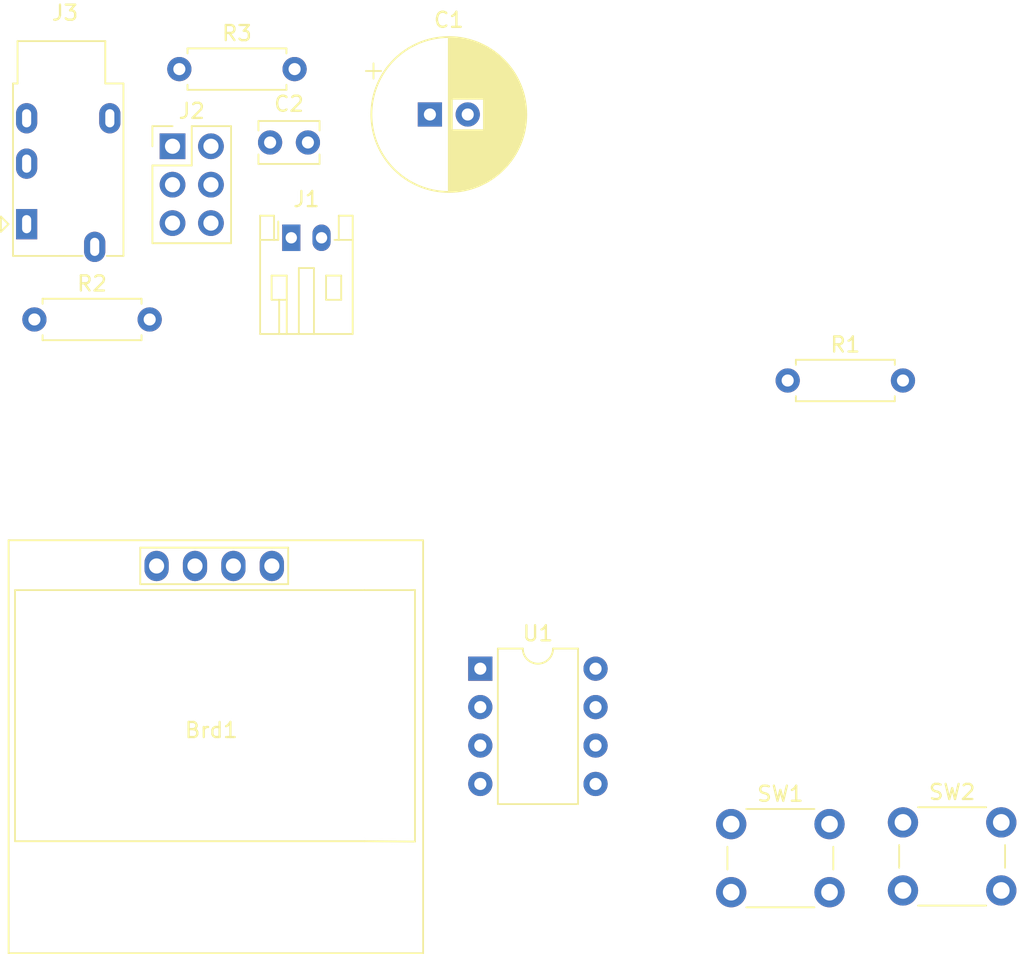
<source format=kicad_pcb>
(kicad_pcb (version 20171130) (host pcbnew 5.1.7-a382d34a8~87~ubuntu18.04.1)

  (general
    (thickness 1.6)
    (drawings 0)
    (tracks 0)
    (zones 0)
    (modules 12)
    (nets 9)
  )

  (page A4)
  (layers
    (0 F.Cu signal)
    (31 B.Cu signal)
    (32 B.Adhes user)
    (33 F.Adhes user)
    (34 B.Paste user)
    (35 F.Paste user)
    (36 B.SilkS user)
    (37 F.SilkS user)
    (38 B.Mask user)
    (39 F.Mask user)
    (40 Dwgs.User user)
    (41 Cmts.User user)
    (42 Eco1.User user)
    (43 Eco2.User user)
    (44 Edge.Cuts user)
    (45 Margin user)
    (46 B.CrtYd user)
    (47 F.CrtYd user)
    (48 B.Fab user)
    (49 F.Fab user)
  )

  (setup
    (last_trace_width 0.25)
    (trace_clearance 0.2)
    (zone_clearance 0.508)
    (zone_45_only no)
    (trace_min 0.2)
    (via_size 0.8)
    (via_drill 0.4)
    (via_min_size 0.4)
    (via_min_drill 0.3)
    (uvia_size 0.3)
    (uvia_drill 0.1)
    (uvias_allowed no)
    (uvia_min_size 0.2)
    (uvia_min_drill 0.1)
    (edge_width 0.05)
    (segment_width 0.2)
    (pcb_text_width 0.3)
    (pcb_text_size 1.5 1.5)
    (mod_edge_width 0.12)
    (mod_text_size 1 1)
    (mod_text_width 0.15)
    (pad_size 1.524 1.524)
    (pad_drill 0.762)
    (pad_to_mask_clearance 0.05)
    (aux_axis_origin 0 0)
    (visible_elements FFFFFF7F)
    (pcbplotparams
      (layerselection 0x010fc_ffffffff)
      (usegerberextensions false)
      (usegerberattributes true)
      (usegerberadvancedattributes true)
      (creategerberjobfile true)
      (excludeedgelayer true)
      (linewidth 0.100000)
      (plotframeref false)
      (viasonmask false)
      (mode 1)
      (useauxorigin false)
      (hpglpennumber 1)
      (hpglpenspeed 20)
      (hpglpendiameter 15.000000)
      (psnegative false)
      (psa4output false)
      (plotreference true)
      (plotvalue true)
      (plotinvisibletext false)
      (padsonsilk false)
      (subtractmaskfromsilk false)
      (outputformat 1)
      (mirror false)
      (drillshape 1)
      (scaleselection 1)
      (outputdirectory ""))
  )

  (net 0 "")
  (net 1 +3V0)
  (net 2 GND)
  (net 3 SCK)
  (net 4 MOSI)
  (net 5 MISO)
  (net 6 RST)
  (net 7 Reed_Output)
  (net 8 SW2)

  (net_class Default "This is the default net class."
    (clearance 0.2)
    (trace_width 0.25)
    (via_dia 0.8)
    (via_drill 0.4)
    (uvia_dia 0.3)
    (uvia_drill 0.1)
    (add_net +3V0)
    (add_net GND)
    (add_net MISO)
    (add_net MOSI)
    (add_net RST)
    (add_net Reed_Output)
    (add_net SCK)
    (add_net SW2)
  )

  (module speedo-odo-meter:128x64OLED (layer F.Cu) (tedit 5CF23EAC) (tstamp 5F81B70A)
    (at 116.84 82.55)
    (path /5F7E0837)
    (fp_text reference Brd1 (at 0 0.254) (layer F.SilkS)
      (effects (font (size 1 1) (thickness 0.15)))
    )
    (fp_text value SSD1306 (at -7.747 -7.62) (layer F.Fab)
      (effects (font (size 1 1) (thickness 0.15)))
    )
    (fp_line (start -13.4 -12.3) (end 14 -12.3) (layer F.SilkS) (width 0.12))
    (fp_line (start 14 -12.3) (end 14 15) (layer F.SilkS) (width 0.12))
    (fp_line (start 14 15) (end -13.4 15) (layer F.SilkS) (width 0.12))
    (fp_line (start -13.4 15) (end -13.4 -12.3) (layer F.SilkS) (width 0.12))
    (fp_line (start 10.122 7.595) (end -12.978 7.595) (layer F.SilkS) (width 0.12))
    (fp_line (start -12.978 7.595) (end -12.978 -9.005) (layer F.SilkS) (width 0.12))
    (fp_line (start -12.978 -9.005) (end 10.122 -9.005) (layer F.SilkS) (width 0.12))
    (fp_line (start -4.699 -11.811) (end 5.08 -11.811) (layer F.SilkS) (width 0.12))
    (fp_line (start 5.08 -11.811) (end 5.08 -9.398) (layer F.SilkS) (width 0.12))
    (fp_line (start 5.08 -9.398) (end -4.699 -9.398) (layer F.SilkS) (width 0.12))
    (fp_line (start -4.699 -11.811) (end -4.699 -9.398) (layer F.SilkS) (width 0.12))
    (fp_line (start 10.122 -9.005) (end 13.208 -9.005) (layer F.SilkS) (width 0.12))
    (fp_line (start 10.122 7.595) (end 13.462 7.62) (layer F.SilkS) (width 0.12))
    (fp_line (start 13.462 7.62) (end 13.462 -9.017) (layer F.SilkS) (width 0.12))
    (fp_line (start 13.462 -9.017) (end 13.208 -9.005) (layer F.SilkS) (width 0.12))
    (pad 4 thru_hole oval (at 4 -10.6 90) (size 2 1.6) (drill 1) (layers *.Cu *.Mask)
      (net 4 MOSI))
    (pad 3 thru_hole oval (at 1.46 -10.6 90) (size 2 1.6) (drill 1) (layers *.Cu *.Mask)
      (net 3 SCK))
    (pad 1 thru_hole oval (at -3.62 -10.6 90) (size 2 1.6) (drill 1) (layers *.Cu *.Mask)
      (net 2 GND))
    (pad 2 thru_hole oval (at -1.08 -10.6 90) (size 2 1.6) (drill 1) (layers *.Cu *.Mask)
      (net 1 +3V0))
    (model "/media/ashish/New Volume/Ashish_Pardeshi/Software/KiCAD_3DModels/OLED TFT 0.96 inch 64x128 monochrome.STEP"
      (offset (xyz 0.22 12 11))
      (scale (xyz 1 1 1))
      (rotate (xyz -90 0 0))
    )
    (model "/media/ashish/New Volume/Ashish_Pardeshi/Software/KiCAD_3DModels/pin-header-female-1.snapshot.13/1x4.STEP"
      (offset (xyz 5.5 12 8.5))
      (scale (xyz 1 1 1))
      (rotate (xyz -90 0 90))
    )
  )

  (module speedo-odo-meter:CP_Radial_D10.0mm_P2.50mm (layer F.Cu) (tedit 5AE50EF1) (tstamp 5F81B720)
    (at 131.289647 42.105001)
    (descr "CP, Radial series, Radial, pin pitch=2.50mm, , diameter=10mm, Electrolytic Capacitor")
    (tags "CP Radial series Radial pin pitch 2.50mm  diameter 10mm Electrolytic Capacitor")
    (path /5F8A27C3)
    (fp_text reference C1 (at 1.25 -6.25) (layer F.SilkS)
      (effects (font (size 1 1) (thickness 0.15)))
    )
    (fp_text value 10uF (at 1.25 6.25) (layer F.Fab)
      (effects (font (size 1 1) (thickness 0.15)))
    )
    (fp_line (start -3.729646 -3.375) (end -3.729646 -2.375) (layer F.SilkS) (width 0.12))
    (fp_line (start -4.229646 -2.875) (end -3.229646 -2.875) (layer F.SilkS) (width 0.12))
    (fp_line (start 6.331 -0.599) (end 6.331 0.599) (layer F.SilkS) (width 0.12))
    (fp_line (start 6.291 -0.862) (end 6.291 0.862) (layer F.SilkS) (width 0.12))
    (fp_line (start 6.251 -1.062) (end 6.251 1.062) (layer F.SilkS) (width 0.12))
    (fp_line (start 6.211 -1.23) (end 6.211 1.23) (layer F.SilkS) (width 0.12))
    (fp_line (start 6.171 -1.378) (end 6.171 1.378) (layer F.SilkS) (width 0.12))
    (fp_line (start 6.131 -1.51) (end 6.131 1.51) (layer F.SilkS) (width 0.12))
    (fp_line (start 6.091 -1.63) (end 6.091 1.63) (layer F.SilkS) (width 0.12))
    (fp_line (start 6.051 -1.742) (end 6.051 1.742) (layer F.SilkS) (width 0.12))
    (fp_line (start 6.011 -1.846) (end 6.011 1.846) (layer F.SilkS) (width 0.12))
    (fp_line (start 5.971 -1.944) (end 5.971 1.944) (layer F.SilkS) (width 0.12))
    (fp_line (start 5.931 -2.037) (end 5.931 2.037) (layer F.SilkS) (width 0.12))
    (fp_line (start 5.891 -2.125) (end 5.891 2.125) (layer F.SilkS) (width 0.12))
    (fp_line (start 5.851 -2.209) (end 5.851 2.209) (layer F.SilkS) (width 0.12))
    (fp_line (start 5.811 -2.289) (end 5.811 2.289) (layer F.SilkS) (width 0.12))
    (fp_line (start 5.771 -2.365) (end 5.771 2.365) (layer F.SilkS) (width 0.12))
    (fp_line (start 5.731 -2.439) (end 5.731 2.439) (layer F.SilkS) (width 0.12))
    (fp_line (start 5.691 -2.51) (end 5.691 2.51) (layer F.SilkS) (width 0.12))
    (fp_line (start 5.651 -2.579) (end 5.651 2.579) (layer F.SilkS) (width 0.12))
    (fp_line (start 5.611 -2.645) (end 5.611 2.645) (layer F.SilkS) (width 0.12))
    (fp_line (start 5.571 -2.709) (end 5.571 2.709) (layer F.SilkS) (width 0.12))
    (fp_line (start 5.531 -2.77) (end 5.531 2.77) (layer F.SilkS) (width 0.12))
    (fp_line (start 5.491 -2.83) (end 5.491 2.83) (layer F.SilkS) (width 0.12))
    (fp_line (start 5.451 -2.889) (end 5.451 2.889) (layer F.SilkS) (width 0.12))
    (fp_line (start 5.411 -2.945) (end 5.411 2.945) (layer F.SilkS) (width 0.12))
    (fp_line (start 5.371 -3) (end 5.371 3) (layer F.SilkS) (width 0.12))
    (fp_line (start 5.331 -3.054) (end 5.331 3.054) (layer F.SilkS) (width 0.12))
    (fp_line (start 5.291 -3.106) (end 5.291 3.106) (layer F.SilkS) (width 0.12))
    (fp_line (start 5.251 -3.156) (end 5.251 3.156) (layer F.SilkS) (width 0.12))
    (fp_line (start 5.211 -3.206) (end 5.211 3.206) (layer F.SilkS) (width 0.12))
    (fp_line (start 5.171 -3.254) (end 5.171 3.254) (layer F.SilkS) (width 0.12))
    (fp_line (start 5.131 -3.301) (end 5.131 3.301) (layer F.SilkS) (width 0.12))
    (fp_line (start 5.091 -3.347) (end 5.091 3.347) (layer F.SilkS) (width 0.12))
    (fp_line (start 5.051 -3.392) (end 5.051 3.392) (layer F.SilkS) (width 0.12))
    (fp_line (start 5.011 -3.436) (end 5.011 3.436) (layer F.SilkS) (width 0.12))
    (fp_line (start 4.971 -3.478) (end 4.971 3.478) (layer F.SilkS) (width 0.12))
    (fp_line (start 4.931 -3.52) (end 4.931 3.52) (layer F.SilkS) (width 0.12))
    (fp_line (start 4.891 -3.561) (end 4.891 3.561) (layer F.SilkS) (width 0.12))
    (fp_line (start 4.851 -3.601) (end 4.851 3.601) (layer F.SilkS) (width 0.12))
    (fp_line (start 4.811 -3.64) (end 4.811 3.64) (layer F.SilkS) (width 0.12))
    (fp_line (start 4.771 -3.679) (end 4.771 3.679) (layer F.SilkS) (width 0.12))
    (fp_line (start 4.731 -3.716) (end 4.731 3.716) (layer F.SilkS) (width 0.12))
    (fp_line (start 4.691 -3.753) (end 4.691 3.753) (layer F.SilkS) (width 0.12))
    (fp_line (start 4.651 -3.789) (end 4.651 3.789) (layer F.SilkS) (width 0.12))
    (fp_line (start 4.611 -3.824) (end 4.611 3.824) (layer F.SilkS) (width 0.12))
    (fp_line (start 4.571 -3.858) (end 4.571 3.858) (layer F.SilkS) (width 0.12))
    (fp_line (start 4.531 -3.892) (end 4.531 3.892) (layer F.SilkS) (width 0.12))
    (fp_line (start 4.491 -3.925) (end 4.491 3.925) (layer F.SilkS) (width 0.12))
    (fp_line (start 4.451 -3.957) (end 4.451 3.957) (layer F.SilkS) (width 0.12))
    (fp_line (start 4.411 -3.989) (end 4.411 3.989) (layer F.SilkS) (width 0.12))
    (fp_line (start 4.371 -4.02) (end 4.371 4.02) (layer F.SilkS) (width 0.12))
    (fp_line (start 4.331 -4.05) (end 4.331 4.05) (layer F.SilkS) (width 0.12))
    (fp_line (start 4.291 -4.08) (end 4.291 4.08) (layer F.SilkS) (width 0.12))
    (fp_line (start 4.251 -4.11) (end 4.251 4.11) (layer F.SilkS) (width 0.12))
    (fp_line (start 4.211 -4.138) (end 4.211 4.138) (layer F.SilkS) (width 0.12))
    (fp_line (start 4.171 -4.166) (end 4.171 4.166) (layer F.SilkS) (width 0.12))
    (fp_line (start 4.131 -4.194) (end 4.131 4.194) (layer F.SilkS) (width 0.12))
    (fp_line (start 4.091 -4.221) (end 4.091 4.221) (layer F.SilkS) (width 0.12))
    (fp_line (start 4.051 -4.247) (end 4.051 4.247) (layer F.SilkS) (width 0.12))
    (fp_line (start 4.011 -4.273) (end 4.011 4.273) (layer F.SilkS) (width 0.12))
    (fp_line (start 3.971 -4.298) (end 3.971 4.298) (layer F.SilkS) (width 0.12))
    (fp_line (start 3.931 -4.323) (end 3.931 4.323) (layer F.SilkS) (width 0.12))
    (fp_line (start 3.891 -4.347) (end 3.891 4.347) (layer F.SilkS) (width 0.12))
    (fp_line (start 3.851 -4.371) (end 3.851 4.371) (layer F.SilkS) (width 0.12))
    (fp_line (start 3.811 -4.395) (end 3.811 4.395) (layer F.SilkS) (width 0.12))
    (fp_line (start 3.771 -4.417) (end 3.771 4.417) (layer F.SilkS) (width 0.12))
    (fp_line (start 3.731 -4.44) (end 3.731 4.44) (layer F.SilkS) (width 0.12))
    (fp_line (start 3.691 -4.462) (end 3.691 4.462) (layer F.SilkS) (width 0.12))
    (fp_line (start 3.651 -4.483) (end 3.651 4.483) (layer F.SilkS) (width 0.12))
    (fp_line (start 3.611 -4.504) (end 3.611 4.504) (layer F.SilkS) (width 0.12))
    (fp_line (start 3.571 -4.525) (end 3.571 4.525) (layer F.SilkS) (width 0.12))
    (fp_line (start 3.531 1.04) (end 3.531 4.545) (layer F.SilkS) (width 0.12))
    (fp_line (start 3.531 -4.545) (end 3.531 -1.04) (layer F.SilkS) (width 0.12))
    (fp_line (start 3.491 1.04) (end 3.491 4.564) (layer F.SilkS) (width 0.12))
    (fp_line (start 3.491 -4.564) (end 3.491 -1.04) (layer F.SilkS) (width 0.12))
    (fp_line (start 3.451 1.04) (end 3.451 4.584) (layer F.SilkS) (width 0.12))
    (fp_line (start 3.451 -4.584) (end 3.451 -1.04) (layer F.SilkS) (width 0.12))
    (fp_line (start 3.411 1.04) (end 3.411 4.603) (layer F.SilkS) (width 0.12))
    (fp_line (start 3.411 -4.603) (end 3.411 -1.04) (layer F.SilkS) (width 0.12))
    (fp_line (start 3.371 1.04) (end 3.371 4.621) (layer F.SilkS) (width 0.12))
    (fp_line (start 3.371 -4.621) (end 3.371 -1.04) (layer F.SilkS) (width 0.12))
    (fp_line (start 3.331 1.04) (end 3.331 4.639) (layer F.SilkS) (width 0.12))
    (fp_line (start 3.331 -4.639) (end 3.331 -1.04) (layer F.SilkS) (width 0.12))
    (fp_line (start 3.291 1.04) (end 3.291 4.657) (layer F.SilkS) (width 0.12))
    (fp_line (start 3.291 -4.657) (end 3.291 -1.04) (layer F.SilkS) (width 0.12))
    (fp_line (start 3.251 1.04) (end 3.251 4.674) (layer F.SilkS) (width 0.12))
    (fp_line (start 3.251 -4.674) (end 3.251 -1.04) (layer F.SilkS) (width 0.12))
    (fp_line (start 3.211 1.04) (end 3.211 4.69) (layer F.SilkS) (width 0.12))
    (fp_line (start 3.211 -4.69) (end 3.211 -1.04) (layer F.SilkS) (width 0.12))
    (fp_line (start 3.171 1.04) (end 3.171 4.707) (layer F.SilkS) (width 0.12))
    (fp_line (start 3.171 -4.707) (end 3.171 -1.04) (layer F.SilkS) (width 0.12))
    (fp_line (start 3.131 1.04) (end 3.131 4.723) (layer F.SilkS) (width 0.12))
    (fp_line (start 3.131 -4.723) (end 3.131 -1.04) (layer F.SilkS) (width 0.12))
    (fp_line (start 3.091 1.04) (end 3.091 4.738) (layer F.SilkS) (width 0.12))
    (fp_line (start 3.091 -4.738) (end 3.091 -1.04) (layer F.SilkS) (width 0.12))
    (fp_line (start 3.051 1.04) (end 3.051 4.754) (layer F.SilkS) (width 0.12))
    (fp_line (start 3.051 -4.754) (end 3.051 -1.04) (layer F.SilkS) (width 0.12))
    (fp_line (start 3.011 1.04) (end 3.011 4.768) (layer F.SilkS) (width 0.12))
    (fp_line (start 3.011 -4.768) (end 3.011 -1.04) (layer F.SilkS) (width 0.12))
    (fp_line (start 2.971 1.04) (end 2.971 4.783) (layer F.SilkS) (width 0.12))
    (fp_line (start 2.971 -4.783) (end 2.971 -1.04) (layer F.SilkS) (width 0.12))
    (fp_line (start 2.931 1.04) (end 2.931 4.797) (layer F.SilkS) (width 0.12))
    (fp_line (start 2.931 -4.797) (end 2.931 -1.04) (layer F.SilkS) (width 0.12))
    (fp_line (start 2.891 1.04) (end 2.891 4.811) (layer F.SilkS) (width 0.12))
    (fp_line (start 2.891 -4.811) (end 2.891 -1.04) (layer F.SilkS) (width 0.12))
    (fp_line (start 2.851 1.04) (end 2.851 4.824) (layer F.SilkS) (width 0.12))
    (fp_line (start 2.851 -4.824) (end 2.851 -1.04) (layer F.SilkS) (width 0.12))
    (fp_line (start 2.811 1.04) (end 2.811 4.837) (layer F.SilkS) (width 0.12))
    (fp_line (start 2.811 -4.837) (end 2.811 -1.04) (layer F.SilkS) (width 0.12))
    (fp_line (start 2.771 1.04) (end 2.771 4.85) (layer F.SilkS) (width 0.12))
    (fp_line (start 2.771 -4.85) (end 2.771 -1.04) (layer F.SilkS) (width 0.12))
    (fp_line (start 2.731 1.04) (end 2.731 4.862) (layer F.SilkS) (width 0.12))
    (fp_line (start 2.731 -4.862) (end 2.731 -1.04) (layer F.SilkS) (width 0.12))
    (fp_line (start 2.691 1.04) (end 2.691 4.874) (layer F.SilkS) (width 0.12))
    (fp_line (start 2.691 -4.874) (end 2.691 -1.04) (layer F.SilkS) (width 0.12))
    (fp_line (start 2.651 1.04) (end 2.651 4.885) (layer F.SilkS) (width 0.12))
    (fp_line (start 2.651 -4.885) (end 2.651 -1.04) (layer F.SilkS) (width 0.12))
    (fp_line (start 2.611 1.04) (end 2.611 4.897) (layer F.SilkS) (width 0.12))
    (fp_line (start 2.611 -4.897) (end 2.611 -1.04) (layer F.SilkS) (width 0.12))
    (fp_line (start 2.571 1.04) (end 2.571 4.907) (layer F.SilkS) (width 0.12))
    (fp_line (start 2.571 -4.907) (end 2.571 -1.04) (layer F.SilkS) (width 0.12))
    (fp_line (start 2.531 1.04) (end 2.531 4.918) (layer F.SilkS) (width 0.12))
    (fp_line (start 2.531 -4.918) (end 2.531 -1.04) (layer F.SilkS) (width 0.12))
    (fp_line (start 2.491 1.04) (end 2.491 4.928) (layer F.SilkS) (width 0.12))
    (fp_line (start 2.491 -4.928) (end 2.491 -1.04) (layer F.SilkS) (width 0.12))
    (fp_line (start 2.451 1.04) (end 2.451 4.938) (layer F.SilkS) (width 0.12))
    (fp_line (start 2.451 -4.938) (end 2.451 -1.04) (layer F.SilkS) (width 0.12))
    (fp_line (start 2.411 1.04) (end 2.411 4.947) (layer F.SilkS) (width 0.12))
    (fp_line (start 2.411 -4.947) (end 2.411 -1.04) (layer F.SilkS) (width 0.12))
    (fp_line (start 2.371 1.04) (end 2.371 4.956) (layer F.SilkS) (width 0.12))
    (fp_line (start 2.371 -4.956) (end 2.371 -1.04) (layer F.SilkS) (width 0.12))
    (fp_line (start 2.331 1.04) (end 2.331 4.965) (layer F.SilkS) (width 0.12))
    (fp_line (start 2.331 -4.965) (end 2.331 -1.04) (layer F.SilkS) (width 0.12))
    (fp_line (start 2.291 1.04) (end 2.291 4.974) (layer F.SilkS) (width 0.12))
    (fp_line (start 2.291 -4.974) (end 2.291 -1.04) (layer F.SilkS) (width 0.12))
    (fp_line (start 2.251 1.04) (end 2.251 4.982) (layer F.SilkS) (width 0.12))
    (fp_line (start 2.251 -4.982) (end 2.251 -1.04) (layer F.SilkS) (width 0.12))
    (fp_line (start 2.211 1.04) (end 2.211 4.99) (layer F.SilkS) (width 0.12))
    (fp_line (start 2.211 -4.99) (end 2.211 -1.04) (layer F.SilkS) (width 0.12))
    (fp_line (start 2.171 1.04) (end 2.171 4.997) (layer F.SilkS) (width 0.12))
    (fp_line (start 2.171 -4.997) (end 2.171 -1.04) (layer F.SilkS) (width 0.12))
    (fp_line (start 2.131 1.04) (end 2.131 5.004) (layer F.SilkS) (width 0.12))
    (fp_line (start 2.131 -5.004) (end 2.131 -1.04) (layer F.SilkS) (width 0.12))
    (fp_line (start 2.091 1.04) (end 2.091 5.011) (layer F.SilkS) (width 0.12))
    (fp_line (start 2.091 -5.011) (end 2.091 -1.04) (layer F.SilkS) (width 0.12))
    (fp_line (start 2.051 1.04) (end 2.051 5.018) (layer F.SilkS) (width 0.12))
    (fp_line (start 2.051 -5.018) (end 2.051 -1.04) (layer F.SilkS) (width 0.12))
    (fp_line (start 2.011 1.04) (end 2.011 5.024) (layer F.SilkS) (width 0.12))
    (fp_line (start 2.011 -5.024) (end 2.011 -1.04) (layer F.SilkS) (width 0.12))
    (fp_line (start 1.971 1.04) (end 1.971 5.03) (layer F.SilkS) (width 0.12))
    (fp_line (start 1.971 -5.03) (end 1.971 -1.04) (layer F.SilkS) (width 0.12))
    (fp_line (start 1.93 1.04) (end 1.93 5.035) (layer F.SilkS) (width 0.12))
    (fp_line (start 1.93 -5.035) (end 1.93 -1.04) (layer F.SilkS) (width 0.12))
    (fp_line (start 1.89 1.04) (end 1.89 5.04) (layer F.SilkS) (width 0.12))
    (fp_line (start 1.89 -5.04) (end 1.89 -1.04) (layer F.SilkS) (width 0.12))
    (fp_line (start 1.85 1.04) (end 1.85 5.045) (layer F.SilkS) (width 0.12))
    (fp_line (start 1.85 -5.045) (end 1.85 -1.04) (layer F.SilkS) (width 0.12))
    (fp_line (start 1.81 1.04) (end 1.81 5.05) (layer F.SilkS) (width 0.12))
    (fp_line (start 1.81 -5.05) (end 1.81 -1.04) (layer F.SilkS) (width 0.12))
    (fp_line (start 1.77 1.04) (end 1.77 5.054) (layer F.SilkS) (width 0.12))
    (fp_line (start 1.77 -5.054) (end 1.77 -1.04) (layer F.SilkS) (width 0.12))
    (fp_line (start 1.73 1.04) (end 1.73 5.058) (layer F.SilkS) (width 0.12))
    (fp_line (start 1.73 -5.058) (end 1.73 -1.04) (layer F.SilkS) (width 0.12))
    (fp_line (start 1.69 1.04) (end 1.69 5.062) (layer F.SilkS) (width 0.12))
    (fp_line (start 1.69 -5.062) (end 1.69 -1.04) (layer F.SilkS) (width 0.12))
    (fp_line (start 1.65 1.04) (end 1.65 5.065) (layer F.SilkS) (width 0.12))
    (fp_line (start 1.65 -5.065) (end 1.65 -1.04) (layer F.SilkS) (width 0.12))
    (fp_line (start 1.61 1.04) (end 1.61 5.068) (layer F.SilkS) (width 0.12))
    (fp_line (start 1.61 -5.068) (end 1.61 -1.04) (layer F.SilkS) (width 0.12))
    (fp_line (start 1.57 1.04) (end 1.57 5.07) (layer F.SilkS) (width 0.12))
    (fp_line (start 1.57 -5.07) (end 1.57 -1.04) (layer F.SilkS) (width 0.12))
    (fp_line (start 1.53 1.04) (end 1.53 5.073) (layer F.SilkS) (width 0.12))
    (fp_line (start 1.53 -5.073) (end 1.53 -1.04) (layer F.SilkS) (width 0.12))
    (fp_line (start 1.49 1.04) (end 1.49 5.075) (layer F.SilkS) (width 0.12))
    (fp_line (start 1.49 -5.075) (end 1.49 -1.04) (layer F.SilkS) (width 0.12))
    (fp_line (start 1.45 -5.077) (end 1.45 5.077) (layer F.SilkS) (width 0.12))
    (fp_line (start 1.41 -5.078) (end 1.41 5.078) (layer F.SilkS) (width 0.12))
    (fp_line (start 1.37 -5.079) (end 1.37 5.079) (layer F.SilkS) (width 0.12))
    (fp_line (start 1.33 -5.08) (end 1.33 5.08) (layer F.SilkS) (width 0.12))
    (fp_line (start 1.29 -5.08) (end 1.29 5.08) (layer F.SilkS) (width 0.12))
    (fp_line (start 1.25 -5.08) (end 1.25 5.08) (layer F.SilkS) (width 0.12))
    (fp_line (start -2.538861 -2.6875) (end -2.538861 -1.6875) (layer F.Fab) (width 0.1))
    (fp_line (start -3.038861 -2.1875) (end -2.038861 -2.1875) (layer F.Fab) (width 0.1))
    (fp_circle (center 1.25 0) (end 6.5 0) (layer F.CrtYd) (width 0.05))
    (fp_circle (center 1.25 0) (end 6.37 0) (layer F.SilkS) (width 0.12))
    (fp_circle (center 1.25 0) (end 6.25 0) (layer F.Fab) (width 0.1))
    (fp_text user %R (at 1.25 0) (layer F.Fab)
      (effects (font (size 1 1) (thickness 0.15)))
    )
    (pad 2 thru_hole circle (at 2.5 0) (size 1.6 1.6) (drill 0.8) (layers *.Cu *.Mask)
      (net 2 GND))
    (pad 1 thru_hole rect (at 0 0) (size 1.6 1.6) (drill 0.8) (layers *.Cu *.Mask)
      (net 1 +3V0))
    (model ${KISYS3DMOD}/Capacitor_THT.3dshapes/CP_Radial_D10.0mm_P2.50mm.wrl
      (at (xyz 0 0 0))
      (scale (xyz 1 1 1))
      (rotate (xyz 0 0 0))
    )
  )

  (module speedo-odo-meter:C_Disc_D3.8mm_W2.6mm_P2.50mm (layer F.Cu) (tedit 5AE50EF0) (tstamp 5F81B7E1)
    (at 120.725001 43.955001)
    (descr "C, Disc series, Radial, pin pitch=2.50mm, , diameter*width=3.8*2.6mm^2, Capacitor, http://www.vishay.com/docs/45233/krseries.pdf")
    (tags "C Disc series Radial pin pitch 2.50mm  diameter 3.8mm width 2.6mm Capacitor")
    (path /5F7F9C8F)
    (fp_text reference C2 (at 1.25 -2.55) (layer F.SilkS)
      (effects (font (size 1 1) (thickness 0.15)))
    )
    (fp_text value 100nf (at 1.25 2.55) (layer F.Fab)
      (effects (font (size 1 1) (thickness 0.15)))
    )
    (fp_line (start 3.55 -1.55) (end -1.05 -1.55) (layer F.CrtYd) (width 0.05))
    (fp_line (start 3.55 1.55) (end 3.55 -1.55) (layer F.CrtYd) (width 0.05))
    (fp_line (start -1.05 1.55) (end 3.55 1.55) (layer F.CrtYd) (width 0.05))
    (fp_line (start -1.05 -1.55) (end -1.05 1.55) (layer F.CrtYd) (width 0.05))
    (fp_line (start 3.27 0.795) (end 3.27 1.42) (layer F.SilkS) (width 0.12))
    (fp_line (start 3.27 -1.42) (end 3.27 -0.795) (layer F.SilkS) (width 0.12))
    (fp_line (start -0.77 0.795) (end -0.77 1.42) (layer F.SilkS) (width 0.12))
    (fp_line (start -0.77 -1.42) (end -0.77 -0.795) (layer F.SilkS) (width 0.12))
    (fp_line (start -0.77 1.42) (end 3.27 1.42) (layer F.SilkS) (width 0.12))
    (fp_line (start -0.77 -1.42) (end 3.27 -1.42) (layer F.SilkS) (width 0.12))
    (fp_line (start 3.15 -1.3) (end -0.65 -1.3) (layer F.Fab) (width 0.1))
    (fp_line (start 3.15 1.3) (end 3.15 -1.3) (layer F.Fab) (width 0.1))
    (fp_line (start -0.65 1.3) (end 3.15 1.3) (layer F.Fab) (width 0.1))
    (fp_line (start -0.65 -1.3) (end -0.65 1.3) (layer F.Fab) (width 0.1))
    (fp_text user %R (at 1.25 0) (layer F.Fab)
      (effects (font (size 0.76 0.76) (thickness 0.114)))
    )
    (pad 2 thru_hole circle (at 2.5 0) (size 1.6 1.6) (drill 0.8) (layers *.Cu *.Mask)
      (net 2 GND))
    (pad 1 thru_hole circle (at 0 0) (size 1.6 1.6) (drill 0.8) (layers *.Cu *.Mask)
      (net 1 +3V0))
    (model ${KISYS3DMOD}/Capacitor_THT.3dshapes/C_Disc_D3.8mm_W2.6mm_P2.50mm.wrl
      (at (xyz 0 0 0))
      (scale (xyz 1 1 1))
      (rotate (xyz 0 0 0))
    )
  )

  (module speedo-odo-meter:JST_PH_S2B-PH-K_1x02_P2.00mm_Horizontal (layer F.Cu) (tedit 5A0EDEC2) (tstamp 5F81B7F5)
    (at 122.125001 50.255001)
    (descr "JST PH series connector, S2B-PH-K (http://www.jst-mfg.com/product/pdf/eng/ePH.pdf), generated with kicad-footprint-generator")
    (tags "connector JST PH top entry")
    (path /5F7F5E77)
    (fp_text reference J1 (at 1 -2.55) (layer F.SilkS)
      (effects (font (size 1 1) (thickness 0.15)))
    )
    (fp_text value Bat_3.0v (at 1 7.45) (layer F.Fab)
      (effects (font (size 1 1) (thickness 0.15)))
    )
    (fp_line (start 0.5 1.375) (end 0 0.875) (layer F.Fab) (width 0.1))
    (fp_line (start -0.5 1.375) (end 0.5 1.375) (layer F.Fab) (width 0.1))
    (fp_line (start 0 0.875) (end -0.5 1.375) (layer F.Fab) (width 0.1))
    (fp_line (start -0.86 0.14) (end -0.86 -1.075) (layer F.SilkS) (width 0.12))
    (fp_line (start 3.25 0.25) (end -1.25 0.25) (layer F.Fab) (width 0.1))
    (fp_line (start 3.25 -1.35) (end 3.25 0.25) (layer F.Fab) (width 0.1))
    (fp_line (start 3.95 -1.35) (end 3.25 -1.35) (layer F.Fab) (width 0.1))
    (fp_line (start 3.95 6.25) (end 3.95 -1.35) (layer F.Fab) (width 0.1))
    (fp_line (start -1.95 6.25) (end 3.95 6.25) (layer F.Fab) (width 0.1))
    (fp_line (start -1.95 -1.35) (end -1.95 6.25) (layer F.Fab) (width 0.1))
    (fp_line (start -1.25 -1.35) (end -1.95 -1.35) (layer F.Fab) (width 0.1))
    (fp_line (start -1.25 0.25) (end -1.25 -1.35) (layer F.Fab) (width 0.1))
    (fp_line (start 4.45 -1.85) (end -2.45 -1.85) (layer F.CrtYd) (width 0.05))
    (fp_line (start 4.45 6.75) (end 4.45 -1.85) (layer F.CrtYd) (width 0.05))
    (fp_line (start -2.45 6.75) (end 4.45 6.75) (layer F.CrtYd) (width 0.05))
    (fp_line (start -2.45 -1.85) (end -2.45 6.75) (layer F.CrtYd) (width 0.05))
    (fp_line (start -0.8 4.1) (end -0.8 6.36) (layer F.SilkS) (width 0.12))
    (fp_line (start -0.3 4.1) (end -0.3 6.36) (layer F.SilkS) (width 0.12))
    (fp_line (start 2.3 2.5) (end 3.3 2.5) (layer F.SilkS) (width 0.12))
    (fp_line (start 2.3 4.1) (end 2.3 2.5) (layer F.SilkS) (width 0.12))
    (fp_line (start 3.3 4.1) (end 2.3 4.1) (layer F.SilkS) (width 0.12))
    (fp_line (start 3.3 2.5) (end 3.3 4.1) (layer F.SilkS) (width 0.12))
    (fp_line (start -0.3 2.5) (end -1.3 2.5) (layer F.SilkS) (width 0.12))
    (fp_line (start -0.3 4.1) (end -0.3 2.5) (layer F.SilkS) (width 0.12))
    (fp_line (start -1.3 4.1) (end -0.3 4.1) (layer F.SilkS) (width 0.12))
    (fp_line (start -1.3 2.5) (end -1.3 4.1) (layer F.SilkS) (width 0.12))
    (fp_line (start 4.06 0.14) (end 3.14 0.14) (layer F.SilkS) (width 0.12))
    (fp_line (start -2.06 0.14) (end -1.14 0.14) (layer F.SilkS) (width 0.12))
    (fp_line (start 1.5 2) (end 1.5 6.36) (layer F.SilkS) (width 0.12))
    (fp_line (start 0.5 2) (end 1.5 2) (layer F.SilkS) (width 0.12))
    (fp_line (start 0.5 6.36) (end 0.5 2) (layer F.SilkS) (width 0.12))
    (fp_line (start 3.14 0.14) (end 2.86 0.14) (layer F.SilkS) (width 0.12))
    (fp_line (start 3.14 -1.46) (end 3.14 0.14) (layer F.SilkS) (width 0.12))
    (fp_line (start 4.06 -1.46) (end 3.14 -1.46) (layer F.SilkS) (width 0.12))
    (fp_line (start 4.06 6.36) (end 4.06 -1.46) (layer F.SilkS) (width 0.12))
    (fp_line (start -2.06 6.36) (end 4.06 6.36) (layer F.SilkS) (width 0.12))
    (fp_line (start -2.06 -1.46) (end -2.06 6.36) (layer F.SilkS) (width 0.12))
    (fp_line (start -1.14 -1.46) (end -2.06 -1.46) (layer F.SilkS) (width 0.12))
    (fp_line (start -1.14 0.14) (end -1.14 -1.46) (layer F.SilkS) (width 0.12))
    (fp_line (start -0.86 0.14) (end -1.14 0.14) (layer F.SilkS) (width 0.12))
    (fp_text user %R (at 1 2.5) (layer F.Fab)
      (effects (font (size 1 1) (thickness 0.15)))
    )
    (pad 2 thru_hole oval (at 2 0) (size 1.2 1.75) (drill 0.75) (layers *.Cu *.Mask)
      (net 1 +3V0))
    (pad 1 thru_hole rect (at 0 0) (size 1.2 1.75) (drill 0.75) (layers *.Cu *.Mask)
      (net 2 GND))
    (model ${KISYS3DMOD}/Connector_JST.3dshapes/JST_PH_S2B-PH-K_1x02_P2.00mm_Horizontal.wrl
      (at (xyz 0 0 0))
      (scale (xyz 1 1 1))
      (rotate (xyz 0 0 0))
    )
  )

  (module speedo-odo-meter:PinHeader_2x03_P2.54mm_Vertical (layer F.Cu) (tedit 59FED5CC) (tstamp 5F81B823)
    (at 114.275001 44.205001)
    (descr "Through hole straight pin header, 2x03, 2.54mm pitch, double rows")
    (tags "Through hole pin header THT 2x03 2.54mm double row")
    (path /5F7FFA18)
    (fp_text reference J2 (at 1.27 -2.33) (layer F.SilkS)
      (effects (font (size 1 1) (thickness 0.15)))
    )
    (fp_text value AVR_SPI (at 1.27 7.41) (layer F.Fab)
      (effects (font (size 1 1) (thickness 0.15)))
    )
    (fp_line (start 4.35 -1.8) (end -1.8 -1.8) (layer F.CrtYd) (width 0.05))
    (fp_line (start 4.35 6.85) (end 4.35 -1.8) (layer F.CrtYd) (width 0.05))
    (fp_line (start -1.8 6.85) (end 4.35 6.85) (layer F.CrtYd) (width 0.05))
    (fp_line (start -1.8 -1.8) (end -1.8 6.85) (layer F.CrtYd) (width 0.05))
    (fp_line (start -1.33 -1.33) (end 0 -1.33) (layer F.SilkS) (width 0.12))
    (fp_line (start -1.33 0) (end -1.33 -1.33) (layer F.SilkS) (width 0.12))
    (fp_line (start 1.27 -1.33) (end 3.87 -1.33) (layer F.SilkS) (width 0.12))
    (fp_line (start 1.27 1.27) (end 1.27 -1.33) (layer F.SilkS) (width 0.12))
    (fp_line (start -1.33 1.27) (end 1.27 1.27) (layer F.SilkS) (width 0.12))
    (fp_line (start 3.87 -1.33) (end 3.87 6.41) (layer F.SilkS) (width 0.12))
    (fp_line (start -1.33 1.27) (end -1.33 6.41) (layer F.SilkS) (width 0.12))
    (fp_line (start -1.33 6.41) (end 3.87 6.41) (layer F.SilkS) (width 0.12))
    (fp_line (start -1.27 0) (end 0 -1.27) (layer F.Fab) (width 0.1))
    (fp_line (start -1.27 6.35) (end -1.27 0) (layer F.Fab) (width 0.1))
    (fp_line (start 3.81 6.35) (end -1.27 6.35) (layer F.Fab) (width 0.1))
    (fp_line (start 3.81 -1.27) (end 3.81 6.35) (layer F.Fab) (width 0.1))
    (fp_line (start 0 -1.27) (end 3.81 -1.27) (layer F.Fab) (width 0.1))
    (fp_text user %R (at 1.27 2.54 90) (layer F.Fab)
      (effects (font (size 1 1) (thickness 0.15)))
    )
    (pad 6 thru_hole oval (at 2.54 5.08) (size 1.7 1.7) (drill 1) (layers *.Cu *.Mask)
      (net 2 GND))
    (pad 5 thru_hole oval (at 0 5.08) (size 1.7 1.7) (drill 1) (layers *.Cu *.Mask)
      (net 6 RST))
    (pad 4 thru_hole oval (at 2.54 2.54) (size 1.7 1.7) (drill 1) (layers *.Cu *.Mask)
      (net 4 MOSI))
    (pad 3 thru_hole oval (at 0 2.54) (size 1.7 1.7) (drill 1) (layers *.Cu *.Mask)
      (net 3 SCK))
    (pad 2 thru_hole oval (at 2.54 0) (size 1.7 1.7) (drill 1) (layers *.Cu *.Mask)
      (net 1 +3V0))
    (pad 1 thru_hole rect (at 0 0) (size 1.7 1.7) (drill 1) (layers *.Cu *.Mask)
      (net 5 MISO))
    (model ${KISYS3DMOD}/Connector_PinHeader_2.54mm.3dshapes/PinHeader_2x03_P2.54mm_Vertical.wrl
      (at (xyz 0 0 0))
      (scale (xyz 1 1 1))
      (rotate (xyz 0 0 0))
    )
  )

  (module speedo-odo-meter:Jack_3.5mm_PJ320E_Horizontal (layer F.Cu) (tedit 5A1DBF1B) (tstamp 5F81BC65)
    (at 104.630001 49.355001)
    (descr "Headphones with microphone connector, 3.5mm, 4 pins.")
    (tags "3.5mm jack mic microphone phones headphones 4pins audio plug")
    (path /5F7F4875)
    (fp_text reference J3 (at 2.54 -13.97) (layer F.SilkS)
      (effects (font (size 1 1) (thickness 0.15)))
    )
    (fp_text value AudioJack4 (at 2.54 5.08) (layer F.Fab)
      (effects (font (size 1 1) (thickness 0.15)))
    )
    (fp_line (start -1.7 0.5) (end -1.2 0) (layer F.SilkS) (width 0.12))
    (fp_line (start -1.7 -0.5) (end -1.7 0.5) (layer F.SilkS) (width 0.12))
    (fp_line (start -1.2 0) (end -1.7 -0.5) (layer F.SilkS) (width 0.12))
    (fp_line (start 3.7 2) (end -0.8 2) (layer F.Fab) (width 0.1))
    (fp_line (start -0.8 2) (end -0.8 -9.2) (layer F.Fab) (width 0.1))
    (fp_line (start -0.8 -9.2) (end -0.5 -9.2) (layer F.Fab) (width 0.1))
    (fp_line (start -0.5 -9.2) (end -0.5 -12) (layer F.Fab) (width 0.1))
    (fp_line (start -0.5 -12) (end 5.1 -12) (layer F.Fab) (width 0.1))
    (fp_line (start 5.1 -12) (end 5.1 -9.2) (layer F.Fab) (width 0.1))
    (fp_line (start 5.1 -9.2) (end 6.3 -9.2) (layer F.Fab) (width 0.1))
    (fp_line (start 6.3 -9.2) (end 6.3 2) (layer F.Fab) (width 0.1))
    (fp_line (start 6.3 2) (end 5.3 2) (layer F.Fab) (width 0.1))
    (fp_line (start -0.9 -9.3) (end -0.9 2.1) (layer F.SilkS) (width 0.12))
    (fp_line (start -0.9 2.1) (end 3.7 2.1) (layer F.SilkS) (width 0.12))
    (fp_line (start 6.4 2.1) (end 5.3 2.1) (layer F.SilkS) (width 0.12))
    (fp_line (start -1.3 3) (end 6.8 3) (layer F.CrtYd) (width 0.05))
    (fp_line (start -1.3 -12.5) (end -1.3 3) (layer F.CrtYd) (width 0.05))
    (fp_line (start 6.8 -12.5) (end 6.8 3) (layer F.CrtYd) (width 0.05))
    (fp_line (start 5.2 -9.3) (end 6.4 -9.3) (layer F.SilkS) (width 0.12))
    (fp_line (start -0.9 -9.3) (end -0.6 -9.3) (layer F.SilkS) (width 0.12))
    (fp_line (start 5.2 -12.1) (end -0.6 -12.1) (layer F.SilkS) (width 0.12))
    (fp_line (start 6.4 -9.3) (end 6.4 2.1) (layer F.SilkS) (width 0.12))
    (fp_line (start 5.2 -9.3) (end 5.2 -12.1) (layer F.SilkS) (width 0.12))
    (fp_line (start -0.6 -9.3) (end -0.6 -12.1) (layer F.SilkS) (width 0.12))
    (fp_line (start -1.3 -12.5) (end 6.8 -12.5) (layer F.CrtYd) (width 0.05))
    (fp_circle (center 0.9 0) (end 1.2 0.15) (layer F.Fab) (width 0.12))
    (fp_text user %R (at 2.54 -13.97) (layer F.Fab)
      (effects (font (size 1 1) (thickness 0.15)))
    )
    (pad "" np_thru_hole circle (at 2.3 1.3 270) (size 1.2 1.2) (drill 1.2) (layers *.Cu *.Mask))
    (pad "" np_thru_hole circle (at 2.3 -5.7 270) (size 1.2 1.2) (drill 1.2) (layers *.Cu *.Mask))
    (pad 3 thru_hole oval (at 0 -7 270) (size 2 1.4) (drill oval 1.2 0.6) (layers *.Cu *.Mask))
    (pad 2 thru_hole oval (at 0 -4 270) (size 2 1.4) (drill oval 1.2 0.6) (layers *.Cu *.Mask))
    (pad 1 thru_hole rect (at 0 0 270) (size 2 1.4) (drill oval 1.2 0.6) (layers *.Cu *.Mask))
    (pad 4 thru_hole oval (at 4.5 1.5 270) (size 2 1.4) (drill oval 1.2 0.6) (layers *.Cu *.Mask))
    (pad 5 thru_hole oval (at 5.5 -7 270) (size 2 1.4) (drill oval 1.2 0.6) (layers *.Cu *.Mask))
    (model ${KISYS3DMOD}/Connector_Audio.3dshapes/Jack_3.5mm_PJ320E_Horizontal.wrl
      (at (xyz 0 0 0))
      (scale (xyz 1 1 1))
      (rotate (xyz 0 0 0))
    )
  )

  (module speedo-odo-meter:SW_PUSH_6mm (layer F.Cu) (tedit 5A02FE31) (tstamp 5F81BCB4)
    (at 151.205 89.015)
    (descr https://www.omron.com/ecb/products/pdf/en-b3f.pdf)
    (tags "tact sw push 6mm")
    (path /5F7DE9F0)
    (fp_text reference SW1 (at 3.25 -2) (layer F.SilkS)
      (effects (font (size 1 1) (thickness 0.15)))
    )
    (fp_text value SW_SPST (at 3.75 6.7) (layer F.Fab)
      (effects (font (size 1 1) (thickness 0.15)))
    )
    (fp_line (start 3.25 -0.75) (end 6.25 -0.75) (layer F.Fab) (width 0.1))
    (fp_line (start 6.25 -0.75) (end 6.25 5.25) (layer F.Fab) (width 0.1))
    (fp_line (start 6.25 5.25) (end 0.25 5.25) (layer F.Fab) (width 0.1))
    (fp_line (start 0.25 5.25) (end 0.25 -0.75) (layer F.Fab) (width 0.1))
    (fp_line (start 0.25 -0.75) (end 3.25 -0.75) (layer F.Fab) (width 0.1))
    (fp_line (start 7.75 6) (end 8 6) (layer F.CrtYd) (width 0.05))
    (fp_line (start 8 6) (end 8 5.75) (layer F.CrtYd) (width 0.05))
    (fp_line (start 7.75 -1.5) (end 8 -1.5) (layer F.CrtYd) (width 0.05))
    (fp_line (start 8 -1.5) (end 8 -1.25) (layer F.CrtYd) (width 0.05))
    (fp_line (start -1.5 -1.25) (end -1.5 -1.5) (layer F.CrtYd) (width 0.05))
    (fp_line (start -1.5 -1.5) (end -1.25 -1.5) (layer F.CrtYd) (width 0.05))
    (fp_line (start -1.5 5.75) (end -1.5 6) (layer F.CrtYd) (width 0.05))
    (fp_line (start -1.5 6) (end -1.25 6) (layer F.CrtYd) (width 0.05))
    (fp_line (start -1.25 -1.5) (end 7.75 -1.5) (layer F.CrtYd) (width 0.05))
    (fp_line (start -1.5 5.75) (end -1.5 -1.25) (layer F.CrtYd) (width 0.05))
    (fp_line (start 7.75 6) (end -1.25 6) (layer F.CrtYd) (width 0.05))
    (fp_line (start 8 -1.25) (end 8 5.75) (layer F.CrtYd) (width 0.05))
    (fp_line (start 1 5.5) (end 5.5 5.5) (layer F.SilkS) (width 0.12))
    (fp_line (start -0.25 1.5) (end -0.25 3) (layer F.SilkS) (width 0.12))
    (fp_line (start 5.5 -1) (end 1 -1) (layer F.SilkS) (width 0.12))
    (fp_line (start 6.75 3) (end 6.75 1.5) (layer F.SilkS) (width 0.12))
    (fp_circle (center 3.25 2.25) (end 1.25 2.5) (layer F.Fab) (width 0.1))
    (fp_text user %R (at 3.25 2.25) (layer F.Fab)
      (effects (font (size 1 1) (thickness 0.15)))
    )
    (pad 2 thru_hole circle (at 0 4.5 90) (size 2 2) (drill 1.1) (layers *.Cu *.Mask)
      (net 5 MISO))
    (pad 1 thru_hole circle (at 0 0 90) (size 2 2) (drill 1.1) (layers *.Cu *.Mask)
      (net 2 GND))
    (pad 2 thru_hole circle (at 6.5 4.5 90) (size 2 2) (drill 1.1) (layers *.Cu *.Mask)
      (net 5 MISO))
    (pad 1 thru_hole circle (at 6.5 0 90) (size 2 2) (drill 1.1) (layers *.Cu *.Mask)
      (net 2 GND))
    (model ${KISYS3DMOD}/Button_Switch_THT.3dshapes/SW_PUSH_6mm.wrl
      (at (xyz 0 0 0))
      (scale (xyz 1 1 1))
      (rotate (xyz 0 0 0))
    )
  )

  (module speedo-odo-meter:SW_PUSH_6mm (layer F.Cu) (tedit 5A02FE31) (tstamp 5F81BCD2)
    (at 162.56 88.9)
    (descr https://www.omron.com/ecb/products/pdf/en-b3f.pdf)
    (tags "tact sw push 6mm")
    (path /5F7DF17C)
    (fp_text reference SW2 (at 3.25 -2) (layer F.SilkS)
      (effects (font (size 1 1) (thickness 0.15)))
    )
    (fp_text value SW_SPST (at 3.75 6.7) (layer F.Fab)
      (effects (font (size 1 1) (thickness 0.15)))
    )
    (fp_circle (center 3.25 2.25) (end 1.25 2.5) (layer F.Fab) (width 0.1))
    (fp_line (start 6.75 3) (end 6.75 1.5) (layer F.SilkS) (width 0.12))
    (fp_line (start 5.5 -1) (end 1 -1) (layer F.SilkS) (width 0.12))
    (fp_line (start -0.25 1.5) (end -0.25 3) (layer F.SilkS) (width 0.12))
    (fp_line (start 1 5.5) (end 5.5 5.5) (layer F.SilkS) (width 0.12))
    (fp_line (start 8 -1.25) (end 8 5.75) (layer F.CrtYd) (width 0.05))
    (fp_line (start 7.75 6) (end -1.25 6) (layer F.CrtYd) (width 0.05))
    (fp_line (start -1.5 5.75) (end -1.5 -1.25) (layer F.CrtYd) (width 0.05))
    (fp_line (start -1.25 -1.5) (end 7.75 -1.5) (layer F.CrtYd) (width 0.05))
    (fp_line (start -1.5 6) (end -1.25 6) (layer F.CrtYd) (width 0.05))
    (fp_line (start -1.5 5.75) (end -1.5 6) (layer F.CrtYd) (width 0.05))
    (fp_line (start -1.5 -1.5) (end -1.25 -1.5) (layer F.CrtYd) (width 0.05))
    (fp_line (start -1.5 -1.25) (end -1.5 -1.5) (layer F.CrtYd) (width 0.05))
    (fp_line (start 8 -1.5) (end 8 -1.25) (layer F.CrtYd) (width 0.05))
    (fp_line (start 7.75 -1.5) (end 8 -1.5) (layer F.CrtYd) (width 0.05))
    (fp_line (start 8 6) (end 8 5.75) (layer F.CrtYd) (width 0.05))
    (fp_line (start 7.75 6) (end 8 6) (layer F.CrtYd) (width 0.05))
    (fp_line (start 0.25 -0.75) (end 3.25 -0.75) (layer F.Fab) (width 0.1))
    (fp_line (start 0.25 5.25) (end 0.25 -0.75) (layer F.Fab) (width 0.1))
    (fp_line (start 6.25 5.25) (end 0.25 5.25) (layer F.Fab) (width 0.1))
    (fp_line (start 6.25 -0.75) (end 6.25 5.25) (layer F.Fab) (width 0.1))
    (fp_line (start 3.25 -0.75) (end 6.25 -0.75) (layer F.Fab) (width 0.1))
    (fp_text user %R (at 3.25 2.25) (layer F.Fab)
      (effects (font (size 1 1) (thickness 0.15)))
    )
    (pad 1 thru_hole circle (at 6.5 0 90) (size 2 2) (drill 1.1) (layers *.Cu *.Mask)
      (net 2 GND))
    (pad 2 thru_hole circle (at 6.5 4.5 90) (size 2 2) (drill 1.1) (layers *.Cu *.Mask)
      (net 8 SW2))
    (pad 1 thru_hole circle (at 0 0 90) (size 2 2) (drill 1.1) (layers *.Cu *.Mask)
      (net 2 GND))
    (pad 2 thru_hole circle (at 0 4.5 90) (size 2 2) (drill 1.1) (layers *.Cu *.Mask)
      (net 8 SW2))
    (model ${KISYS3DMOD}/Button_Switch_THT.3dshapes/SW_PUSH_6mm.wrl
      (at (xyz 0 0 0))
      (scale (xyz 1 1 1))
      (rotate (xyz 0 0 0))
    )
  )

  (module speedo-odo-meter:DIP-8_W7.62mm (layer F.Cu) (tedit 5A02E8C5) (tstamp 5F81BCF0)
    (at 134.62 78.74)
    (descr "8-lead though-hole mounted DIP package, row spacing 7.62 mm (300 mils)")
    (tags "THT DIP DIL PDIP 2.54mm 7.62mm 300mil")
    (path /5F7DA950)
    (fp_text reference U1 (at 3.81 -2.33) (layer F.SilkS)
      (effects (font (size 1 1) (thickness 0.15)))
    )
    (fp_text value ATtiny85-20PU (at 3.81 9.95) (layer F.Fab)
      (effects (font (size 1 1) (thickness 0.15)))
    )
    (fp_line (start 1.635 -1.27) (end 6.985 -1.27) (layer F.Fab) (width 0.1))
    (fp_line (start 6.985 -1.27) (end 6.985 8.89) (layer F.Fab) (width 0.1))
    (fp_line (start 6.985 8.89) (end 0.635 8.89) (layer F.Fab) (width 0.1))
    (fp_line (start 0.635 8.89) (end 0.635 -0.27) (layer F.Fab) (width 0.1))
    (fp_line (start 0.635 -0.27) (end 1.635 -1.27) (layer F.Fab) (width 0.1))
    (fp_line (start 2.81 -1.33) (end 1.16 -1.33) (layer F.SilkS) (width 0.12))
    (fp_line (start 1.16 -1.33) (end 1.16 8.95) (layer F.SilkS) (width 0.12))
    (fp_line (start 1.16 8.95) (end 6.46 8.95) (layer F.SilkS) (width 0.12))
    (fp_line (start 6.46 8.95) (end 6.46 -1.33) (layer F.SilkS) (width 0.12))
    (fp_line (start 6.46 -1.33) (end 4.81 -1.33) (layer F.SilkS) (width 0.12))
    (fp_line (start -1.1 -1.55) (end -1.1 9.15) (layer F.CrtYd) (width 0.05))
    (fp_line (start -1.1 9.15) (end 8.7 9.15) (layer F.CrtYd) (width 0.05))
    (fp_line (start 8.7 9.15) (end 8.7 -1.55) (layer F.CrtYd) (width 0.05))
    (fp_line (start 8.7 -1.55) (end -1.1 -1.55) (layer F.CrtYd) (width 0.05))
    (fp_arc (start 3.81 -1.33) (end 2.81 -1.33) (angle -180) (layer F.SilkS) (width 0.12))
    (fp_text user %R (at 3.81 3.81) (layer F.Fab)
      (effects (font (size 1 1) (thickness 0.15)))
    )
    (pad 1 thru_hole rect (at 0 0) (size 1.6 1.6) (drill 0.8) (layers *.Cu *.Mask)
      (net 6 RST))
    (pad 5 thru_hole oval (at 7.62 7.62) (size 1.6 1.6) (drill 0.8) (layers *.Cu *.Mask)
      (net 4 MOSI))
    (pad 2 thru_hole oval (at 0 2.54) (size 1.6 1.6) (drill 0.8) (layers *.Cu *.Mask)
      (net 7 Reed_Output))
    (pad 6 thru_hole oval (at 7.62 5.08) (size 1.6 1.6) (drill 0.8) (layers *.Cu *.Mask)
      (net 5 MISO))
    (pad 3 thru_hole oval (at 0 5.08) (size 1.6 1.6) (drill 0.8) (layers *.Cu *.Mask)
      (net 8 SW2))
    (pad 7 thru_hole oval (at 7.62 2.54) (size 1.6 1.6) (drill 0.8) (layers *.Cu *.Mask)
      (net 3 SCK))
    (pad 4 thru_hole oval (at 0 7.62) (size 1.6 1.6) (drill 0.8) (layers *.Cu *.Mask)
      (net 2 GND))
    (pad 8 thru_hole oval (at 7.62 0) (size 1.6 1.6) (drill 0.8) (layers *.Cu *.Mask)
      (net 1 +3V0))
    (model ${KISYS3DMOD}/Package_DIP.3dshapes/DIP-8_W7.62mm.wrl
      (offset (xyz 0 0 3.5))
      (scale (xyz 1 1 1))
      (rotate (xyz 0 0 0))
    )
    (model "/media/ashish/New Volume/Ashish_Pardeshi/Software/KiCAD_3DModels/Socket_DIP8.stp"
      (at (xyz 0 0 0))
      (scale (xyz 1 1 1))
      (rotate (xyz 0 0 0))
    )
  )

  (module Resistor_THT:R_Axial_DIN0207_L6.3mm_D2.5mm_P7.62mm_Horizontal (layer F.Cu) (tedit 5AE5139B) (tstamp 5F81BE33)
    (at 154.94 59.69)
    (descr "Resistor, Axial_DIN0207 series, Axial, Horizontal, pin pitch=7.62mm, 0.25W = 1/4W, length*diameter=6.3*2.5mm^2, http://cdn-reichelt.de/documents/datenblatt/B400/1_4W%23YAG.pdf")
    (tags "Resistor Axial_DIN0207 series Axial Horizontal pin pitch 7.62mm 0.25W = 1/4W length 6.3mm diameter 2.5mm")
    (path /5F7DFAF7)
    (fp_text reference R1 (at 3.81 -2.37) (layer F.SilkS)
      (effects (font (size 1 1) (thickness 0.15)))
    )
    (fp_text value 10K (at 3.81 2.37) (layer F.Fab)
      (effects (font (size 1 1) (thickness 0.15)))
    )
    (fp_line (start 0.66 -1.25) (end 0.66 1.25) (layer F.Fab) (width 0.1))
    (fp_line (start 0.66 1.25) (end 6.96 1.25) (layer F.Fab) (width 0.1))
    (fp_line (start 6.96 1.25) (end 6.96 -1.25) (layer F.Fab) (width 0.1))
    (fp_line (start 6.96 -1.25) (end 0.66 -1.25) (layer F.Fab) (width 0.1))
    (fp_line (start 0 0) (end 0.66 0) (layer F.Fab) (width 0.1))
    (fp_line (start 7.62 0) (end 6.96 0) (layer F.Fab) (width 0.1))
    (fp_line (start 0.54 -1.04) (end 0.54 -1.37) (layer F.SilkS) (width 0.12))
    (fp_line (start 0.54 -1.37) (end 7.08 -1.37) (layer F.SilkS) (width 0.12))
    (fp_line (start 7.08 -1.37) (end 7.08 -1.04) (layer F.SilkS) (width 0.12))
    (fp_line (start 0.54 1.04) (end 0.54 1.37) (layer F.SilkS) (width 0.12))
    (fp_line (start 0.54 1.37) (end 7.08 1.37) (layer F.SilkS) (width 0.12))
    (fp_line (start 7.08 1.37) (end 7.08 1.04) (layer F.SilkS) (width 0.12))
    (fp_line (start -1.05 -1.5) (end -1.05 1.5) (layer F.CrtYd) (width 0.05))
    (fp_line (start -1.05 1.5) (end 8.67 1.5) (layer F.CrtYd) (width 0.05))
    (fp_line (start 8.67 1.5) (end 8.67 -1.5) (layer F.CrtYd) (width 0.05))
    (fp_line (start 8.67 -1.5) (end -1.05 -1.5) (layer F.CrtYd) (width 0.05))
    (fp_text user %R (at 3.81 0) (layer F.Fab)
      (effects (font (size 1 1) (thickness 0.15)))
    )
    (pad 1 thru_hole circle (at 0 0) (size 1.6 1.6) (drill 0.8) (layers *.Cu *.Mask)
      (net 7 Reed_Output))
    (pad 2 thru_hole oval (at 7.62 0) (size 1.6 1.6) (drill 0.8) (layers *.Cu *.Mask)
      (net 2 GND))
    (model ${KISYS3DMOD}/Resistor_THT.3dshapes/R_Axial_DIN0207_L6.3mm_D2.5mm_P7.62mm_Horizontal.wrl
      (at (xyz 0 0 0))
      (scale (xyz 1 1 1))
      (rotate (xyz 0 0 0))
    )
  )

  (module Resistor_THT:R_Axial_DIN0207_L6.3mm_D2.5mm_P7.62mm_Horizontal (layer F.Cu) (tedit 5AE5139B) (tstamp 5F81BE49)
    (at 105.145001 55.655001)
    (descr "Resistor, Axial_DIN0207 series, Axial, Horizontal, pin pitch=7.62mm, 0.25W = 1/4W, length*diameter=6.3*2.5mm^2, http://cdn-reichelt.de/documents/datenblatt/B400/1_4W%23YAG.pdf")
    (tags "Resistor Axial_DIN0207 series Axial Horizontal pin pitch 7.62mm 0.25W = 1/4W length 6.3mm diameter 2.5mm")
    (path /5F82D0A6)
    (fp_text reference R2 (at 3.81 -2.37) (layer F.SilkS)
      (effects (font (size 1 1) (thickness 0.15)))
    )
    (fp_text value 10K (at 3.81 2.37) (layer F.Fab)
      (effects (font (size 1 1) (thickness 0.15)))
    )
    (fp_line (start 8.67 -1.5) (end -1.05 -1.5) (layer F.CrtYd) (width 0.05))
    (fp_line (start 8.67 1.5) (end 8.67 -1.5) (layer F.CrtYd) (width 0.05))
    (fp_line (start -1.05 1.5) (end 8.67 1.5) (layer F.CrtYd) (width 0.05))
    (fp_line (start -1.05 -1.5) (end -1.05 1.5) (layer F.CrtYd) (width 0.05))
    (fp_line (start 7.08 1.37) (end 7.08 1.04) (layer F.SilkS) (width 0.12))
    (fp_line (start 0.54 1.37) (end 7.08 1.37) (layer F.SilkS) (width 0.12))
    (fp_line (start 0.54 1.04) (end 0.54 1.37) (layer F.SilkS) (width 0.12))
    (fp_line (start 7.08 -1.37) (end 7.08 -1.04) (layer F.SilkS) (width 0.12))
    (fp_line (start 0.54 -1.37) (end 7.08 -1.37) (layer F.SilkS) (width 0.12))
    (fp_line (start 0.54 -1.04) (end 0.54 -1.37) (layer F.SilkS) (width 0.12))
    (fp_line (start 7.62 0) (end 6.96 0) (layer F.Fab) (width 0.1))
    (fp_line (start 0 0) (end 0.66 0) (layer F.Fab) (width 0.1))
    (fp_line (start 6.96 -1.25) (end 0.66 -1.25) (layer F.Fab) (width 0.1))
    (fp_line (start 6.96 1.25) (end 6.96 -1.25) (layer F.Fab) (width 0.1))
    (fp_line (start 0.66 1.25) (end 6.96 1.25) (layer F.Fab) (width 0.1))
    (fp_line (start 0.66 -1.25) (end 0.66 1.25) (layer F.Fab) (width 0.1))
    (fp_text user %R (at 3.81 0) (layer F.Fab)
      (effects (font (size 1 1) (thickness 0.15)))
    )
    (pad 2 thru_hole oval (at 7.62 0) (size 1.6 1.6) (drill 0.8) (layers *.Cu *.Mask)
      (net 5 MISO))
    (pad 1 thru_hole circle (at 0 0) (size 1.6 1.6) (drill 0.8) (layers *.Cu *.Mask)
      (net 1 +3V0))
    (model ${KISYS3DMOD}/Resistor_THT.3dshapes/R_Axial_DIN0207_L6.3mm_D2.5mm_P7.62mm_Horizontal.wrl
      (at (xyz 0 0 0))
      (scale (xyz 1 1 1))
      (rotate (xyz 0 0 0))
    )
  )

  (module Resistor_THT:R_Axial_DIN0207_L6.3mm_D2.5mm_P7.62mm_Horizontal (layer F.Cu) (tedit 5AE5139B) (tstamp 5F81BE5F)
    (at 114.725001 39.105001)
    (descr "Resistor, Axial_DIN0207 series, Axial, Horizontal, pin pitch=7.62mm, 0.25W = 1/4W, length*diameter=6.3*2.5mm^2, http://cdn-reichelt.de/documents/datenblatt/B400/1_4W%23YAG.pdf")
    (tags "Resistor Axial_DIN0207 series Axial Horizontal pin pitch 7.62mm 0.25W = 1/4W length 6.3mm diameter 2.5mm")
    (path /5F82EF02)
    (fp_text reference R3 (at 3.81 -2.37) (layer F.SilkS)
      (effects (font (size 1 1) (thickness 0.15)))
    )
    (fp_text value 10K (at 3.81 2.37) (layer F.Fab)
      (effects (font (size 1 1) (thickness 0.15)))
    )
    (fp_line (start 0.66 -1.25) (end 0.66 1.25) (layer F.Fab) (width 0.1))
    (fp_line (start 0.66 1.25) (end 6.96 1.25) (layer F.Fab) (width 0.1))
    (fp_line (start 6.96 1.25) (end 6.96 -1.25) (layer F.Fab) (width 0.1))
    (fp_line (start 6.96 -1.25) (end 0.66 -1.25) (layer F.Fab) (width 0.1))
    (fp_line (start 0 0) (end 0.66 0) (layer F.Fab) (width 0.1))
    (fp_line (start 7.62 0) (end 6.96 0) (layer F.Fab) (width 0.1))
    (fp_line (start 0.54 -1.04) (end 0.54 -1.37) (layer F.SilkS) (width 0.12))
    (fp_line (start 0.54 -1.37) (end 7.08 -1.37) (layer F.SilkS) (width 0.12))
    (fp_line (start 7.08 -1.37) (end 7.08 -1.04) (layer F.SilkS) (width 0.12))
    (fp_line (start 0.54 1.04) (end 0.54 1.37) (layer F.SilkS) (width 0.12))
    (fp_line (start 0.54 1.37) (end 7.08 1.37) (layer F.SilkS) (width 0.12))
    (fp_line (start 7.08 1.37) (end 7.08 1.04) (layer F.SilkS) (width 0.12))
    (fp_line (start -1.05 -1.5) (end -1.05 1.5) (layer F.CrtYd) (width 0.05))
    (fp_line (start -1.05 1.5) (end 8.67 1.5) (layer F.CrtYd) (width 0.05))
    (fp_line (start 8.67 1.5) (end 8.67 -1.5) (layer F.CrtYd) (width 0.05))
    (fp_line (start 8.67 -1.5) (end -1.05 -1.5) (layer F.CrtYd) (width 0.05))
    (fp_text user %R (at 3.81 0) (layer F.Fab)
      (effects (font (size 1 1) (thickness 0.15)))
    )
    (pad 1 thru_hole circle (at 0 0) (size 1.6 1.6) (drill 0.8) (layers *.Cu *.Mask)
      (net 1 +3V0))
    (pad 2 thru_hole oval (at 7.62 0) (size 1.6 1.6) (drill 0.8) (layers *.Cu *.Mask)
      (net 8 SW2))
    (model ${KISYS3DMOD}/Resistor_THT.3dshapes/R_Axial_DIN0207_L6.3mm_D2.5mm_P7.62mm_Horizontal.wrl
      (at (xyz 0 0 0))
      (scale (xyz 1 1 1))
      (rotate (xyz 0 0 0))
    )
  )

)

</source>
